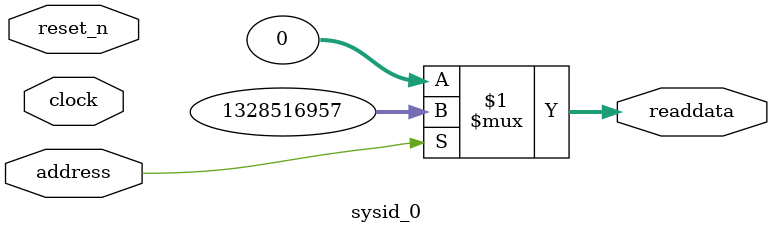
<source format=v>

`timescale 1ns / 1ps
// synthesis translate_on

// turn off superfluous verilog processor warnings 
// altera message_level Level1 
// altera message_off 10034 10035 10036 10037 10230 10240 10030 

module sysid_0 (
                 // inputs:
                  address,
                  clock,
                  reset_n,

                 // outputs:
                  readdata
               )
;

  output  [ 31: 0] readdata;
  input            address;
  input            clock;
  input            reset_n;

  wire    [ 31: 0] readdata;
  //control_slave, which is an e_avalon_slave
  assign readdata = address ? 1328516957 : 0;

endmodule


</source>
